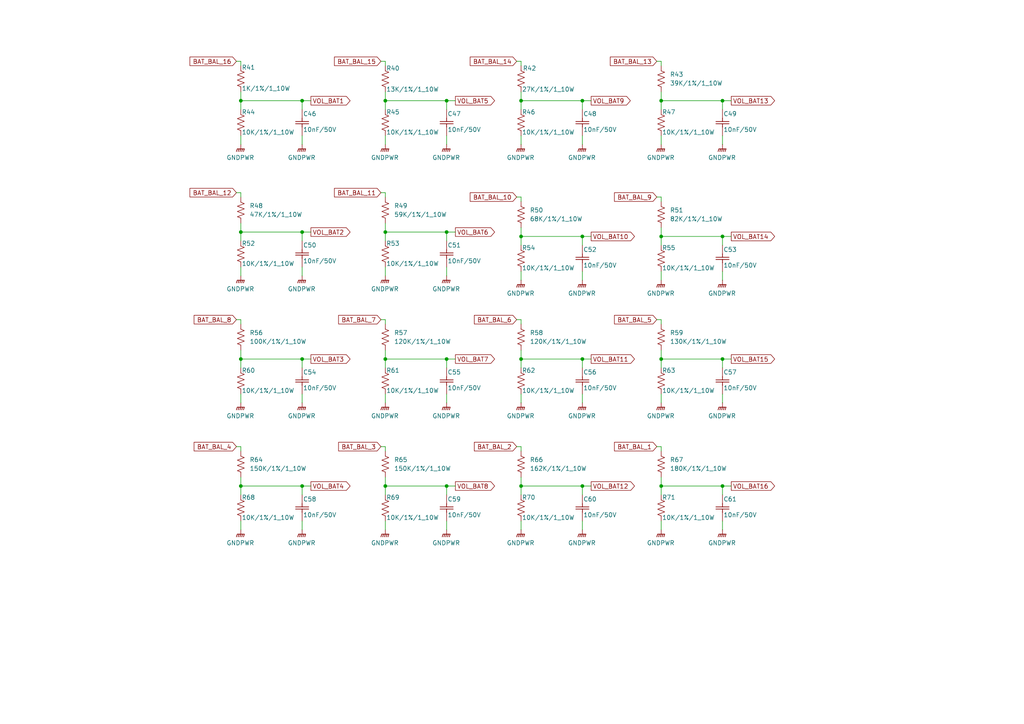
<source format=kicad_sch>
(kicad_sch (version 20231120) (generator "eeschema") (generator_version "8.0")
  (paper "A4")
  (title_block (title "MEASURE VOLTAGE BATTERY") (date "2024-09-04"))
  (junction (at 111.76 140.97))
  (junction (at 69.85 67.31))
  (junction (at 168.91 140.97))
  (junction (at 191.77 140.97))
  (junction (at 191.77 68.58))
  (junction (at 151.13 140.97))
  (junction (at 111.76 29.21))
  (junction (at 151.13 68.58))
  (junction (at 69.85 104.14))
  (junction (at 129.54 140.97))
  (junction (at 69.85 29.21))
  (junction (at 209.55 140.97))
  (junction (at 129.54 104.14))
  (junction (at 129.54 29.21))
  (junction (at 87.63 67.31))
  (junction (at 151.13 29.21))
  (junction (at 87.63 29.21))
  (junction (at 191.77 104.14))
  (junction (at 87.63 104.14))
  (junction (at 191.77 29.21))
  (junction (at 209.55 104.14))
  (junction (at 209.55 29.21))
  (junction (at 69.85 140.97))
  (junction (at 87.63 140.97))
  (junction (at 129.54 67.31))
  (junction (at 209.55 68.58))
  (junction (at 168.91 104.14))
  (junction (at 168.91 68.58))
  (junction (at 168.91 29.21))
  (junction (at 151.13 104.14))
  (junction (at 111.76 67.31))
  (junction (at 111.76 104.14))
  (wire (pts (xy 209.55 104.14) (xy 212.09 104.14)))
  (wire (pts (xy 87.63 143.51) (xy 87.63 140.97)))
  (wire (pts (xy 69.85 29.21) (xy 69.85 31.75)))
  (wire (pts (xy 151.13 68.58) (xy 151.13 71.12)))
  (wire (pts (xy 191.77 66.04) (xy 191.77 68.58)))
  (wire (pts (xy 110.49 55.88) (xy 111.76 55.88)))
  (wire (pts (xy 69.85 104.14) (xy 69.85 106.68)))
  (wire (pts (xy 209.55 68.58) (xy 212.09 68.58)))
  (wire (pts (xy 129.54 31.75) (xy 129.54 29.21)))
  (wire (pts (xy 129.54 69.85) (xy 129.54 67.31)))
  (wire (pts (xy 68.58 17.78) (xy 69.85 17.78)))
  (wire (pts (xy 129.54 140.97) (xy 132.08 140.97)))
  (wire (pts (xy 69.85 17.78) (xy 69.85 19.05)))
  (wire (pts (xy 151.13 116.84) (xy 151.13 114.3)))
  (wire (pts (xy 111.76 138.43) (xy 111.76 140.97)))
  (wire (pts (xy 151.13 104.14) (xy 151.13 106.68)))
  (wire (pts (xy 69.85 64.77) (xy 69.85 67.31)))
  (wire (pts (xy 151.13 57.15) (xy 151.13 58.42)))
  (wire (pts (xy 191.77 29.21) (xy 209.55 29.21)))
  (wire (pts (xy 87.63 106.68) (xy 87.63 104.14)))
  (wire (pts (xy 168.91 81.28) (xy 168.91 78.74)))
  (wire (pts (xy 111.76 29.21) (xy 111.76 31.75)))
  (wire (pts (xy 68.58 55.88) (xy 69.85 55.88)))
  (wire (pts (xy 111.76 55.88) (xy 111.76 57.15)))
  (wire (pts (xy 111.76 41.91) (xy 111.76 39.37)))
  (wire (pts (xy 69.85 55.88) (xy 69.85 57.15)))
  (wire (pts (xy 69.85 26.67) (xy 69.85 29.21)))
  (wire (pts (xy 209.55 140.97) (xy 212.09 140.97)))
  (wire (pts (xy 87.63 67.31) (xy 90.17 67.31)))
  (wire (pts (xy 191.77 29.21) (xy 191.77 31.75)))
  (wire (pts (xy 69.85 116.84) (xy 69.85 114.3)))
  (wire (pts (xy 129.54 104.14) (xy 132.08 104.14)))
  (wire (pts (xy 168.91 41.91) (xy 168.91 39.37)))
  (wire (pts (xy 191.77 116.84) (xy 191.77 114.3)))
  (wire (pts (xy 191.77 81.28) (xy 191.77 78.74)))
  (wire (pts (xy 69.85 101.6) (xy 69.85 104.14)))
  (wire (pts (xy 209.55 71.12) (xy 209.55 68.58)))
  (wire (pts (xy 191.77 104.14) (xy 209.55 104.14)))
  (wire (pts (xy 129.54 106.68) (xy 129.54 104.14)))
  (wire (pts (xy 129.54 29.21) (xy 132.08 29.21)))
  (wire (pts (xy 111.76 116.84) (xy 111.76 114.3)))
  (wire (pts (xy 111.76 17.78) (xy 111.76 19.05)))
  (wire (pts (xy 151.13 26.67) (xy 151.13 29.21)))
  (wire (pts (xy 151.13 140.97) (xy 151.13 143.51)))
  (wire (pts (xy 69.85 92.71) (xy 69.85 93.98)))
  (wire (pts (xy 168.91 106.68) (xy 168.91 104.14)))
  (wire (pts (xy 149.86 92.71) (xy 151.13 92.71)))
  (wire (pts (xy 129.54 41.91) (xy 129.54 39.37)))
  (wire (pts (xy 190.5 129.54) (xy 191.77 129.54)))
  (wire (pts (xy 209.55 81.28) (xy 209.55 78.74)))
  (wire (pts (xy 191.77 26.67) (xy 191.77 29.21)))
  (wire (pts (xy 168.91 140.97) (xy 171.45 140.97)))
  (wire (pts (xy 209.55 106.68) (xy 209.55 104.14)))
  (wire (pts (xy 191.77 140.97) (xy 191.77 143.51)))
  (wire (pts (xy 87.63 116.84) (xy 87.63 114.3)))
  (wire (pts (xy 151.13 101.6) (xy 151.13 104.14)))
  (wire (pts (xy 209.55 143.51) (xy 209.55 140.97)))
  (wire (pts (xy 111.76 129.54) (xy 111.76 130.81)))
  (wire (pts (xy 110.49 129.54) (xy 111.76 129.54)))
  (wire (pts (xy 151.13 153.67) (xy 151.13 151.13)))
  (wire (pts (xy 191.77 129.54) (xy 191.77 130.81)))
  (wire (pts (xy 110.49 92.71) (xy 111.76 92.71)))
  (wire (pts (xy 191.77 57.15) (xy 191.77 58.42)))
  (wire (pts (xy 149.86 57.15) (xy 151.13 57.15)))
  (wire (pts (xy 191.77 92.71) (xy 191.77 93.98)))
  (wire (pts (xy 111.76 80.01) (xy 111.76 77.47)))
  (wire (pts (xy 87.63 69.85) (xy 87.63 67.31)))
  (wire (pts (xy 111.76 104.14) (xy 111.76 106.68)))
  (wire (pts (xy 190.5 92.71) (xy 191.77 92.71)))
  (wire (pts (xy 209.55 29.21) (xy 212.09 29.21)))
  (wire (pts (xy 190.5 17.78) (xy 191.77 17.78)))
  (wire (pts (xy 168.91 104.14) (xy 171.45 104.14)))
  (wire (pts (xy 129.54 116.84) (xy 129.54 114.3)))
  (wire (pts (xy 168.91 29.21) (xy 171.45 29.21)))
  (wire (pts (xy 190.5 57.15) (xy 191.77 57.15)))
  (wire (pts (xy 87.63 104.14) (xy 90.17 104.14)))
  (wire (pts (xy 69.85 41.91) (xy 69.85 39.37)))
  (wire (pts (xy 191.77 101.6) (xy 191.77 104.14)))
  (wire (pts (xy 209.55 116.84) (xy 209.55 114.3)))
  (wire (pts (xy 191.77 17.78) (xy 191.77 19.05)))
  (wire (pts (xy 168.91 68.58) (xy 171.45 68.58)))
  (wire (pts (xy 69.85 140.97) (xy 87.63 140.97)))
  (wire (pts (xy 69.85 129.54) (xy 69.85 130.81)))
  (wire (pts (xy 87.63 140.97) (xy 90.17 140.97)))
  (wire (pts (xy 151.13 104.14) (xy 168.91 104.14)))
  (wire (pts (xy 149.86 129.54) (xy 151.13 129.54)))
  (wire (pts (xy 168.91 116.84) (xy 168.91 114.3)))
  (wire (pts (xy 168.91 143.51) (xy 168.91 140.97)))
  (wire (pts (xy 191.77 41.91) (xy 191.77 39.37)))
  (wire (pts (xy 111.76 140.97) (xy 129.54 140.97)))
  (wire (pts (xy 69.85 140.97) (xy 69.85 143.51)))
  (wire (pts (xy 68.58 129.54) (xy 69.85 129.54)))
  (wire (pts (xy 129.54 80.01) (xy 129.54 77.47)))
  (wire (pts (xy 209.55 153.67) (xy 209.55 151.13)))
  (wire (pts (xy 111.76 26.67) (xy 111.76 29.21)))
  (wire (pts (xy 111.76 67.31) (xy 129.54 67.31)))
  (wire (pts (xy 69.85 67.31) (xy 87.63 67.31)))
  (wire (pts (xy 87.63 31.75) (xy 87.63 29.21)))
  (wire (pts (xy 87.63 153.67) (xy 87.63 151.13)))
  (wire (pts (xy 209.55 31.75) (xy 209.55 29.21)))
  (wire (pts (xy 69.85 67.31) (xy 69.85 69.85)))
  (wire (pts (xy 151.13 140.97) (xy 168.91 140.97)))
  (wire (pts (xy 129.54 143.51) (xy 129.54 140.97)))
  (wire (pts (xy 129.54 153.67) (xy 129.54 151.13)))
  (wire (pts (xy 151.13 29.21) (xy 168.91 29.21)))
  (wire (pts (xy 111.76 67.31) (xy 111.76 69.85)))
  (wire (pts (xy 209.55 41.91) (xy 209.55 39.37)))
  (wire (pts (xy 151.13 29.21) (xy 151.13 31.75)))
  (wire (pts (xy 69.85 80.01) (xy 69.85 77.47)))
  (wire (pts (xy 87.63 80.01) (xy 87.63 77.47)))
  (wire (pts (xy 129.54 67.31) (xy 132.08 67.31)))
  (wire (pts (xy 151.13 17.78) (xy 151.13 19.05)))
  (wire (pts (xy 111.76 101.6) (xy 111.76 104.14)))
  (wire (pts (xy 111.76 29.21) (xy 129.54 29.21)))
  (wire (pts (xy 69.85 153.67) (xy 69.85 151.13)))
  (wire (pts (xy 191.77 140.97) (xy 209.55 140.97)))
  (wire (pts (xy 151.13 66.04) (xy 151.13 68.58)))
  (wire (pts (xy 168.91 71.12) (xy 168.91 68.58)))
  (wire (pts (xy 168.91 153.67) (xy 168.91 151.13)))
  (wire (pts (xy 151.13 92.71) (xy 151.13 93.98)))
  (wire (pts (xy 69.85 138.43) (xy 69.85 140.97)))
  (wire (pts (xy 69.85 104.14) (xy 87.63 104.14)))
  (wire (pts (xy 111.76 64.77) (xy 111.76 67.31)))
  (wire (pts (xy 151.13 138.43) (xy 151.13 140.97)))
  (wire (pts (xy 191.77 138.43) (xy 191.77 140.97)))
  (wire (pts (xy 168.91 31.75) (xy 168.91 29.21)))
  (wire (pts (xy 151.13 41.91) (xy 151.13 39.37)))
  (wire (pts (xy 111.76 92.71) (xy 111.76 93.98)))
  (wire (pts (xy 191.77 68.58) (xy 209.55 68.58)))
  (wire (pts (xy 151.13 129.54) (xy 151.13 130.81)))
  (wire (pts (xy 151.13 68.58) (xy 168.91 68.58)))
  (wire (pts (xy 111.76 153.67) (xy 111.76 151.13)))
  (wire (pts (xy 69.85 29.21) (xy 87.63 29.21)))
  (wire (pts (xy 87.63 29.21) (xy 90.17 29.21)))
  (wire (pts (xy 191.77 153.67) (xy 191.77 151.13)))
  (wire (pts (xy 110.49 17.78) (xy 111.76 17.78)))
  (wire (pts (xy 191.77 68.58) (xy 191.77 71.12)))
  (wire (pts (xy 151.13 81.28) (xy 151.13 78.74)))
  (wire (pts (xy 68.58 92.71) (xy 69.85 92.71)))
  (wire (pts (xy 111.76 104.14) (xy 129.54 104.14)))
  (wire (pts (xy 149.86 17.78) (xy 151.13 17.78)))
  (wire (pts (xy 87.63 41.91) (xy 87.63 39.37)))
  (wire (pts (xy 111.76 140.97) (xy 111.76 143.51)))
  (wire (pts (xy 191.77 104.14) (xy 191.77 106.68)))
  (global_label "BAT_BAL_1" (shape input) (at 190.5 129.54 180) (property "Intersheetrefs" "${INTERSHEET_REFS}" (effects (hide yes))))
  (global_label "VOL_BAT3" (shape output) (at 90.17 104.14 0) (property "Intersheetrefs" "${INTERSHEET_REFS}" (effects (hide yes))))
  (global_label "VOL_BAT11" (shape output) (at 171.45 104.14 0) (property "Intersheetrefs" "${INTERSHEET_REFS}" (effects (hide yes))))
  (global_label "VOL_BAT13" (shape output) (at 212.09 29.21 0) (property "Intersheetrefs" "${INTERSHEET_REFS}" (effects (hide yes))))
  (global_label "VOL_BAT6" (shape output) (at 132.08 67.31 0) (property "Intersheetrefs" "${INTERSHEET_REFS}" (effects (hide yes))))
  (global_label "BAT_BAL_14" (shape input) (at 149.86 17.78 180) (property "Intersheetrefs" "${INTERSHEET_REFS}" (effects (hide yes))))
  (global_label "BAT_BAL_12" (shape input) (at 68.58 55.88 180) (property "Intersheetrefs" "${INTERSHEET_REFS}" (effects (hide yes))))
  (global_label "BAT_BAL_11" (shape input) (at 110.49 55.88 180) (property "Intersheetrefs" "${INTERSHEET_REFS}" (effects (hide yes))))
  (global_label "BAT_BAL_3" (shape input) (at 110.49 129.54 180) (property "Intersheetrefs" "${INTERSHEET_REFS}" (effects (hide yes))))
  (global_label "VOL_BAT5" (shape output) (at 132.08 29.21 0) (property "Intersheetrefs" "${INTERSHEET_REFS}" (effects (hide yes))))
  (global_label "BAT_BAL_16" (shape input) (at 68.58 17.78 180) (property "Intersheetrefs" "${INTERSHEET_REFS}" (effects (hide yes))))
  (global_label "BAT_BAL_5" (shape input) (at 190.5 92.71 180) (property "Intersheetrefs" "${INTERSHEET_REFS}" (effects (hide yes))))
  (global_label "BAT_BAL_9" (shape input) (at 190.5 57.15 180) (property "Intersheetrefs" "${INTERSHEET_REFS}" (effects (hide yes))))
  (global_label "VOL_BAT15" (shape output) (at 212.09 104.14 0) (property "Intersheetrefs" "${INTERSHEET_REFS}" (effects (hide yes))))
  (global_label "VOL_BAT16" (shape output) (at 212.09 140.97 0) (property "Intersheetrefs" "${INTERSHEET_REFS}" (effects (hide yes))))
  (global_label "BAT_BAL_15" (shape input) (at 110.49 17.78 180) (property "Intersheetrefs" "${INTERSHEET_REFS}" (effects (hide yes))))
  (global_label "VOL_BAT14" (shape output) (at 212.09 68.58 0) (property "Intersheetrefs" "${INTERSHEET_REFS}" (effects (hide yes))))
  (global_label "VOL_BAT2" (shape output) (at 90.17 67.31 0) (property "Intersheetrefs" "${INTERSHEET_REFS}" (effects (hide yes))))
  (global_label "VOL_BAT4" (shape output) (at 90.17 140.97 0) (property "Intersheetrefs" "${INTERSHEET_REFS}" (effects (hide yes))))
  (global_label "VOL_BAT9" (shape output) (at 171.45 29.21 0) (property "Intersheetrefs" "${INTERSHEET_REFS}" (effects (hide yes))))
  (global_label "BAT_BAL_6" (shape input) (at 149.86 92.71 180) (property "Intersheetrefs" "${INTERSHEET_REFS}" (effects (hide yes))))
  (global_label "BAT_BAL_13" (shape input) (at 190.5 17.78 180) (property "Intersheetrefs" "${INTERSHEET_REFS}" (effects (hide yes))))
  (global_label "BAT_BAL_4" (shape input) (at 68.58 129.54 180) (property "Intersheetrefs" "${INTERSHEET_REFS}" (effects (hide yes))))
  (global_label "BAT_BAL_8" (shape input) (at 68.58 92.71 180) (property "Intersheetrefs" "${INTERSHEET_REFS}" (effects (hide yes))))
  (global_label "VOL_BAT8" (shape output) (at 132.08 140.97 0) (property "Intersheetrefs" "${INTERSHEET_REFS}" (effects (hide yes))))
  (global_label "BAT_BAL_7" (shape input) (at 110.49 92.71 180) (property "Intersheetrefs" "${INTERSHEET_REFS}" (effects (hide yes))))
  (global_label "BAT_BAL_10" (shape input) (at 149.86 57.15 180) (property "Intersheetrefs" "${INTERSHEET_REFS}" (effects (hide yes))))
  (global_label "VOL_BAT10" (shape output) (at 171.45 68.58 0) (property "Intersheetrefs" "${INTERSHEET_REFS}" (effects (hide yes))))
  (global_label "VOL_BAT12" (shape output) (at 171.45 140.97 0) (property "Intersheetrefs" "${INTERSHEET_REFS}" (effects (hide yes))))
  (global_label "VOL_BAT1" (shape output) (at 90.17 29.21 0) (property "Intersheetrefs" "${INTERSHEET_REFS}" (effects (hide yes))))
  (global_label "VOL_BAT7" (shape output) (at 132.08 104.14 0) (property "Intersheetrefs" "${INTERSHEET_REFS}" (effects (hide yes))))
  (global_label "BAT_BAL_2" (shape input) (at 149.86 129.54 180) (property "Intersheetrefs" "${INTERSHEET_REFS}" (effects (hide yes))))
  (symbol (lib_id "charge_battery_sym_lib:Res_120K_0603_1%") (at 111.76 101.6 90) (unit 1)
    (property "Reference" "R57" (at 114.3 96.5199 90) (effects (justify right)))
    (property "Value" "120K/1%/1_10W" (at 114.3 99.0599 90) (effects (justify right)))
    (property "Footprint" "charge_battery_footprint_lib:Res_0603" (effects (hide yes)))
    (property "Datasheet" "https://fscdn.rohm.com/en/products/databook/datasheet/passive/resistor/chip_resistor/esr-e.pdf" (effects (hide yes)))
    (property "Description" "Res 120 KOhm 0603 1%" (effects (hide yes)))
    (property "Supply name" "Thegioiic" (effects (hide yes)))
    (property "Supply part number" "Điện Trở 120 KOhm 0603 1%" (effects (hide yes)))
    (property "Supply URL" "https://www.thegioiic.com/dien-tro-120-kohm-0603-1-" (effects (hide yes)))
  )
  (symbol (lib_id "charge_battery_sym_lib:Res_162K_0603_1%") (at 151.13 138.43 90) (unit 1)
    (property "Reference" "R66" (at 153.67 133.3499 90) (effects (justify right)))
    (property "Value" "162K/1%/1_10W" (at 153.67 135.8899 90) (effects (justify right)))
    (property "Footprint" "charge_battery_footprint_lib:Res_0603" (effects (hide yes)))
    (property "Datasheet" "https://fscdn.rohm.com/en/products/databook/datasheet/passive/resistor/chip_resistor/esr-e.pdf" (effects (hide yes)))
    (property "Description" "Res 162 KOhm 0603 1%" (effects (hide yes)))
    (property "Supply name" "Thegioiic" (effects (hide yes)))
    (property "Supply part number" "Điện Trở 162 KOhm 0603 1%" (effects (hide yes)))
    (property "Supply URL" "https://www.thegioiic.com/dien-tro-162-kohm-0603-1-" (effects (hide yes)))
  )
  (symbol (lib_id "charge_battery_sym_lib:Ceramic_Cap_SMD_10nF_50V") (at 87.63 151.13 90) (unit 1)
    (property "Reference" "C58" (at 87.884 144.78 90) (effects (justify right)))
    (property "Value" "10nF/50V" (at 87.884 149.352 90) (effects (justify right)))
    (property "Footprint" "charge_battery_footprint_lib:Ceramic_Cap_0603" (effects (hide yes)))
    (property "Datasheet" "https://www.mouser.vn/datasheet/2/40/KYOCERA_AutoMLCCKAM-3106308.pdf" (effects (hide yes)))
    (property "Description" "10%, 0603 (1608 Metric)" (effects (hide yes)))
    (property "Supply name" "Thegioiic" (effects (hide yes)))
    (property "Supply part number" "Tụ Gốm 0603 10nF 50V" (effects (hide yes)))
    (property "Supply URL" "https://www.thegioiic.com/tu-gom-0603-10nf-50v" (effects (hide yes)))
  )
  (symbol (lib_id "charge_battery_sym_lib:Ceramic_Cap_SMD_10nF_50V") (at 209.55 114.3 90) (unit 1)
    (property "Reference" "C57" (at 209.804 107.95 90) (effects (justify right)))
    (property "Value" "10nF/50V" (at 209.804 112.522 90) (effects (justify right)))
    (property "Footprint" "charge_battery_footprint_lib:Ceramic_Cap_0603" (effects (hide yes)))
    (property "Datasheet" "https://www.mouser.vn/datasheet/2/40/KYOCERA_AutoMLCCKAM-3106308.pdf" (effects (hide yes)))
    (property "Description" "10%, 0603 (1608 Metric)" (effects (hide yes)))
    (property "Supply name" "Thegioiic" (effects (hide yes)))
    (property "Supply part number" "Tụ Gốm 0603 10nF 50V" (effects (hide yes)))
    (property "Supply URL" "https://www.thegioiic.com/tu-gom-0603-10nf-50v" (effects (hide yes)))
  )
  (symbol (lib_id "charge_battery_sym_lib:Res_10K_0603_1%") (at 69.85 77.47 90) (unit 1)
    (property "Reference" "R52" (at 70.104 70.612 90) (effects (justify right)))
    (property "Value" "10K/1%/1_10W" (at 70.104 76.454 90) (effects (justify right)))
    (property "Footprint" "charge_battery_footprint_lib:Res_0603" (effects (hide yes)))
    (property "Datasheet" "https://fscdn.rohm.com/en/products/databook/datasheet/passive/resistor/chip_resistor/esr-e.pdf" (effects (hide yes)))
    (property "Description" "Res 10 KOhm 0603 1%" (effects (hide yes)))
    (property "Supply name" "Thegioiic" (effects (hide yes)))
    (property "Supply part number" "Điện Trở 10 KOhm 0603 1%" (effects (hide yes)))
    (property "Supply URL" "https://www.thegioiic.com/dien-tro-10-kohm-0603-1-" (effects (hide yes)))
  )
  (symbol (lib_id "charge_battery_sym_lib:Res_1K_0603_1%") (at 69.85 26.67 90) (unit 1)
    (property "Reference" "R41" (at 70.104 19.558 90) (effects (justify right)))
    (property "Value" "1K/1%/1_10W" (at 70.104 25.654 90) (effects (justify right)))
    (property "Footprint" "charge_battery_footprint_lib:Res_0603" (effects (hide yes)))
    (property "Datasheet" "https://fscdn.rohm.com/en/products/databook/datasheet/passive/resistor/chip_resistor/esr-e.pdf" (effects (hide yes)))
    (property "Description" "Res 1 KOhm 0603 1%" (effects (hide yes)))
    (property "Supply name" "Thegioiic" (effects (hide yes)))
    (property "Supply part number" "Điện Trở 1 KOhm 0603 1%" (effects (hide yes)))
    (property "Supply URL" "https://www.thegioiic.com/dien-tro-10-kohm-0603-1-" (effects (hide yes)))
  )
  (symbol (lib_id "power:GNDPWR") (at 168.91 81.28 0) (unit 1)
    (property "Reference" "#PWR095" (effects (hide yes)))
    (property "Value" "GNDPWR" (at 168.783 85.09 0))
    (property "Description" "Power symbol creates a global label with name \"GNDPWR\" , global ground" (effects (hide yes)))
  )
  (symbol (lib_id "charge_battery_sym_lib:Res_150K_0603_1%") (at 69.85 138.43 90) (unit 1)
    (property "Reference" "R64" (at 72.39 133.3499 90) (effects (justify right)))
    (property "Value" "150K/1%/1_10W" (at 72.39 135.8899 90) (effects (justify right)))
    (property "Footprint" "charge_battery_footprint_lib:Res_0603" (effects (hide yes)))
    (property "Datasheet" "https://fscdn.rohm.com/en/products/databook/datasheet/passive/resistor/chip_resistor/esr-e.pdf" (effects (hide yes)))
    (property "Description" "Res 150 KOhm 0603 1%" (effects (hide yes)))
    (property "Supply name" "Thegioiic" (effects (hide yes)))
    (property "Supply part number" "Điện Trở 150 KOhm 0603 1%" (effects (hide yes)))
    (property "Supply URL" "https://www.thegioiic.com/dien-tro-150-kohm-0603-1-" (effects (hide yes)))
  )
  (symbol (lib_id "charge_battery_sym_lib:Res_39K_0603_1%") (at 191.77 26.67 90) (unit 1)
    (property "Reference" "R43" (at 194.31 21.5899 90) (effects (justify right)))
    (property "Value" "39K/1%/1_10W" (at 194.31 24.1299 90) (effects (justify right)))
    (property "Footprint" "charge_battery_footprint_lib:Res_0603" (effects (hide yes)))
    (property "Datasheet" "https://fscdn.rohm.com/en/products/databook/datasheet/passive/resistor/chip_resistor/esr-e.pdf" (effects (hide yes)))
    (property "Description" "Res 39 KOhm 0603 1%" (effects (hide yes)))
    (property "Supply name" "Thegioiic" (effects (hide yes)))
    (property "Supply part number" "Điện Trở 39 KOhm 0603 1%" (effects (hide yes)))
    (property "Supply URL" "https://www.thegioiic.com/dien-tro-39-kohm-0603-1-" (effects (hide yes)))
  )
  (symbol (lib_id "power:GNDPWR") (at 151.13 81.28 0) (unit 1)
    (property "Reference" "#PWR094" (effects (hide yes)))
    (property "Value" "GNDPWR" (at 151.003 85.09 0))
    (property "Description" "Power symbol creates a global label with name \"GNDPWR\" , global ground" (effects (hide yes)))
  )
  (symbol (lib_id "charge_battery_sym_lib:Res_120K_0603_1%") (at 151.13 101.6 90) (unit 1)
    (property "Reference" "R58" (at 153.67 96.5199 90) (effects (justify right)))
    (property "Value" "120K/1%/1_10W" (at 153.67 99.0599 90) (effects (justify right)))
    (property "Footprint" "charge_battery_footprint_lib:Res_0603" (effects (hide yes)))
    (property "Datasheet" "https://fscdn.rohm.com/en/products/databook/datasheet/passive/resistor/chip_resistor/esr-e.pdf" (effects (hide yes)))
    (property "Description" "Res 120 KOhm 0603 1%" (effects (hide yes)))
    (property "Supply name" "Thegioiic" (effects (hide yes)))
    (property "Supply part number" "Điện Trở 120 KOhm 0603 1%" (effects (hide yes)))
    (property "Supply URL" "https://www.thegioiic.com/dien-tro-120-kohm-0603-1-" (effects (hide yes)))
  )
  (symbol (lib_id "charge_battery_sym_lib:Ceramic_Cap_SMD_10nF_50V") (at 168.91 39.37 90) (unit 1)
    (property "Reference" "C48" (at 169.164 33.02 90) (effects (justify right)))
    (property "Value" "10nF/50V" (at 169.164 37.592 90) (effects (justify right)))
    (property "Footprint" "charge_battery_footprint_lib:Ceramic_Cap_0603" (effects (hide yes)))
    (property "Datasheet" "https://www.mouser.vn/datasheet/2/40/KYOCERA_AutoMLCCKAM-3106308.pdf" (effects (hide yes)))
    (property "Description" "10%, 0603 (1608 Metric)" (effects (hide yes)))
    (property "Supply name" "Thegioiic" (effects (hide yes)))
    (property "Supply part number" "Tụ Gốm 0603 10nF 50V" (effects (hide yes)))
    (property "Supply URL" "https://www.thegioiic.com/tu-gom-0603-10nf-50v" (effects (hide yes)))
  )
  (symbol (lib_id "charge_battery_sym_lib:Res_10K_0603_1%") (at 111.76 77.47 90) (unit 1)
    (property "Reference" "R53" (at 112.014 70.612 90) (effects (justify right)))
    (property "Value" "10K/1%/1_10W" (at 112.014 76.454 90) (effects (justify right)))
    (property "Footprint" "charge_battery_footprint_lib:Res_0603" (effects (hide yes)))
    (property "Datasheet" "https://fscdn.rohm.com/en/products/databook/datasheet/passive/resistor/chip_resistor/esr-e.pdf" (effects (hide yes)))
    (property "Description" "Res 10 KOhm 0603 1%" (effects (hide yes)))
    (property "Supply name" "Thegioiic" (effects (hide yes)))
    (property "Supply part number" "Điện Trở 10 KOhm 0603 1%" (effects (hide yes)))
    (property "Supply URL" "https://www.thegioiic.com/dien-tro-10-kohm-0603-1-" (effects (hide yes)))
  )
  (symbol (lib_id "charge_battery_sym_lib:Res_180K_0603_1%") (at 191.77 138.43 90) (unit 1)
    (property "Reference" "R67" (at 194.31 133.3499 90) (effects (justify right)))
    (property "Value" "180K/1%/1_10W" (at 194.31 135.8899 90) (effects (justify right)))
    (property "Footprint" "charge_battery_footprint_lib:Res_0603" (effects (hide yes)))
    (property "Datasheet" "https://fscdn.rohm.com/en/products/databook/datasheet/passive/resistor/chip_resistor/esr-e.pdf" (effects (hide yes)))
    (property "Description" "Res 180 KOhm 0603 1%" (effects (hide yes)))
    (property "Supply name" "Thegioiic" (effects (hide yes)))
    (property "Supply part number" "Điện Trở 180 KOhm 0603 1%" (effects (hide yes)))
    (property "Supply URL" "https://www.thegioiic.com/dien-tro-180-kohm-0603-1-" (effects (hide yes)))
  )
  (symbol (lib_id "charge_battery_sym_lib:Res_10K_0603_1%") (at 69.85 151.13 90) (unit 1)
    (property "Reference" "R68" (at 70.104 144.272 90) (effects (justify right)))
    (property "Value" "10K/1%/1_10W" (at 70.104 150.114 90) (effects (justify right)))
    (property "Footprint" "charge_battery_footprint_lib:Res_0603" (effects (hide yes)))
    (property "Datasheet" "https://fscdn.rohm.com/en/products/databook/datasheet/passive/resistor/chip_resistor/esr-e.pdf" (effects (hide yes)))
    (property "Description" "Res 10 KOhm 0603 1%" (effects (hide yes)))
    (property "Supply name" "Thegioiic" (effects (hide yes)))
    (property "Supply part number" "Điện Trở 10 KOhm 0603 1%" (effects (hide yes)))
    (property "Supply URL" "https://www.thegioiic.com/dien-tro-10-kohm-0603-1-" (effects (hide yes)))
  )
  (symbol (lib_id "power:GNDPWR") (at 168.91 153.67 0) (unit 1)
    (property "Reference" "#PWR0111" (effects (hide yes)))
    (property "Value" "GNDPWR" (at 168.783 157.48 0))
    (property "Description" "Power symbol creates a global label with name \"GNDPWR\" , global ground" (effects (hide yes)))
  )
  (symbol (lib_id "charge_battery_sym_lib:Res_10K_0603_1%") (at 151.13 114.3 90) (unit 1)
    (property "Reference" "R62" (at 151.384 107.442 90) (effects (justify right)))
    (property "Value" "10K/1%/1_10W" (at 151.384 113.284 90) (effects (justify right)))
    (property "Footprint" "charge_battery_footprint_lib:Res_0603" (effects (hide yes)))
    (property "Datasheet" "https://fscdn.rohm.com/en/products/databook/datasheet/passive/resistor/chip_resistor/esr-e.pdf" (effects (hide yes)))
    (property "Description" "Res 10 KOhm 0603 1%" (effects (hide yes)))
    (property "Supply name" "Thegioiic" (effects (hide yes)))
    (property "Supply part number" "Điện Trở 10 KOhm 0603 1%" (effects (hide yes)))
    (property "Supply URL" "https://www.thegioiic.com/dien-tro-10-kohm-0603-1-" (effects (hide yes)))
  )
  (symbol (lib_id "charge_battery_sym_lib:Res_130K_0603_1%") (at 191.77 101.6 90) (unit 1)
    (property "Reference" "R59" (at 194.31 96.5199 90) (effects (justify right)))
    (property "Value" "130K/1%/1_10W" (at 194.31 99.0599 90) (effects (justify right)))
    (property "Footprint" "charge_battery_footprint_lib:Res_0603" (effects (hide yes)))
    (property "Datasheet" "https://fscdn.rohm.com/en/products/databook/datasheet/passive/resistor/chip_resistor/esr-e.pdf" (effects (hide yes)))
    (property "Description" "Res 130 KOhm 0603 1%" (effects (hide yes)))
    (property "Supply name" "Thegioiic" (effects (hide yes)))
    (property "Supply part number" "Điện Trở 130 KOhm 0603 1%" (effects (hide yes)))
    (property "Supply URL" "https://www.thegioiic.com/dien-tro-130-kohm-0603-1-" (effects (hide yes)))
  )
  (symbol (lib_id "power:GNDPWR") (at 151.13 41.91 0) (unit 1)
    (property "Reference" "#PWR086" (effects (hide yes)))
    (property "Value" "GNDPWR" (at 151.003 45.72 0))
    (property "Description" "Power symbol creates a global label with name \"GNDPWR\" , global ground" (effects (hide yes)))
  )
  (symbol (lib_id "power:GNDPWR") (at 191.77 153.67 0) (unit 1)
    (property "Reference" "#PWR0112" (effects (hide yes)))
    (property "Value" "GNDPWR" (at 191.643 157.48 0))
    (property "Description" "Power symbol creates a global label with name \"GNDPWR\" , global ground" (effects (hide yes)))
  )
  (symbol (lib_id "power:GNDPWR") (at 151.13 153.67 0) (unit 1)
    (property "Reference" "#PWR0110" (effects (hide yes)))
    (property "Value" "GNDPWR" (at 151.003 157.48 0))
    (property "Description" "Power symbol creates a global label with name \"GNDPWR\" , global ground" (effects (hide yes)))
  )
  (symbol (lib_id "charge_battery_sym_lib:Res_10K_0603_1%") (at 191.77 78.74 90) (unit 1)
    (property "Reference" "R55" (at 192.024 71.882 90) (effects (justify right)))
    (property "Value" "10K/1%/1_10W" (at 192.024 77.724 90) (effects (justify right)))
    (property "Footprint" "charge_battery_footprint_lib:Res_0603" (effects (hide yes)))
    (property "Datasheet" "https://fscdn.rohm.com/en/products/databook/datasheet/passive/resistor/chip_resistor/esr-e.pdf" (effects (hide yes)))
    (property "Description" "Res 10 KOhm 0603 1%" (effects (hide yes)))
    (property "Supply name" "Thegioiic" (effects (hide yes)))
    (property "Supply part number" "Điện Trở 10 KOhm 0603 1%" (effects (hide yes)))
    (property "Supply URL" "https://www.thegioiic.com/dien-tro-10-kohm-0603-1-" (effects (hide yes)))
  )
  (symbol (lib_id "power:GNDPWR") (at 129.54 41.91 0) (unit 1)
    (property "Reference" "#PWR085" (effects (hide yes)))
    (property "Value" "GNDPWR" (at 129.413 45.72 0))
    (property "Description" "Power symbol creates a global label with name \"GNDPWR\" , global ground" (effects (hide yes)))
  )
  (symbol (lib_id "charge_battery_sym_lib:Ceramic_Cap_SMD_10nF_50V") (at 129.54 151.13 90) (unit 1)
    (property "Reference" "C59" (at 129.794 144.78 90) (effects (justify right)))
    (property "Value" "10nF/50V" (at 129.794 149.352 90) (effects (justify right)))
    (property "Footprint" "charge_battery_footprint_lib:Ceramic_Cap_0603" (effects (hide yes)))
    (property "Datasheet" "https://www.mouser.vn/datasheet/2/40/KYOCERA_AutoMLCCKAM-3106308.pdf" (effects (hide yes)))
    (property "Description" "10%, 0603 (1608 Metric)" (effects (hide yes)))
    (property "Supply name" "Thegioiic" (effects (hide yes)))
    (property "Supply part number" "Tụ Gốm 0603 10nF 50V" (effects (hide yes)))
    (property "Supply URL" "https://www.thegioiic.com/tu-gom-0603-10nf-50v" (effects (hide yes)))
  )
  (symbol (lib_id "power:GNDPWR") (at 87.63 41.91 0) (unit 1)
    (property "Reference" "#PWR083" (effects (hide yes)))
    (property "Value" "GNDPWR" (at 87.503 45.72 0))
    (property "Description" "Power symbol creates a global label with name \"GNDPWR\" , global ground" (effects (hide yes)))
  )
  (symbol (lib_id "power:GNDPWR") (at 129.54 116.84 0) (unit 1)
    (property "Reference" "#PWR0101" (effects (hide yes)))
    (property "Value" "GNDPWR" (at 129.413 120.65 0))
    (property "Description" "Power symbol creates a global label with name \"GNDPWR\" , global ground" (effects (hide yes)))
  )
  (symbol (lib_id "charge_battery_sym_lib:Ceramic_Cap_SMD_10nF_50V") (at 129.54 114.3 90) (unit 1)
    (property "Reference" "C55" (at 129.794 107.95 90) (effects (justify right)))
    (property "Value" "10nF/50V" (at 129.794 112.522 90) (effects (justify right)))
    (property "Footprint" "charge_battery_footprint_lib:Ceramic_Cap_0603" (effects (hide yes)))
    (property "Datasheet" "https://www.mouser.vn/datasheet/2/40/KYOCERA_AutoMLCCKAM-3106308.pdf" (effects (hide yes)))
    (property "Description" "10%, 0603 (1608 Metric)" (effects (hide yes)))
    (property "Supply name" "Thegioiic" (effects (hide yes)))
    (property "Supply part number" "Tụ Gốm 0603 10nF 50V" (effects (hide yes)))
    (property "Supply URL" "https://www.thegioiic.com/tu-gom-0603-10nf-50v" (effects (hide yes)))
  )
  (symbol (lib_id "power:GNDPWR") (at 209.55 116.84 0) (unit 1)
    (property "Reference" "#PWR0105" (effects (hide yes)))
    (property "Value" "GNDPWR" (at 209.423 120.65 0))
    (property "Description" "Power symbol creates a global label with name \"GNDPWR\" , global ground" (effects (hide yes)))
  )
  (symbol (lib_id "charge_battery_sym_lib:Res_10K_0603_1%") (at 151.13 151.13 90) (unit 1)
    (property "Reference" "R70" (at 151.384 144.272 90) (effects (justify right)))
    (property "Value" "10K/1%/1_10W" (at 151.384 150.114 90) (effects (justify right)))
    (property "Footprint" "charge_battery_footprint_lib:Res_0603" (effects (hide yes)))
    (property "Datasheet" "https://fscdn.rohm.com/en/products/databook/datasheet/passive/resistor/chip_resistor/esr-e.pdf" (effects (hide yes)))
    (property "Description" "Res 10 KOhm 0603 1%" (effects (hide yes)))
    (property "Supply name" "Thegioiic" (effects (hide yes)))
    (property "Supply part number" "Điện Trở 10 KOhm 0603 1%" (effects (hide yes)))
    (property "Supply URL" "https://www.thegioiic.com/dien-tro-10-kohm-0603-1-" (effects (hide yes)))
  )
  (symbol (lib_id "charge_battery_sym_lib:Res_150K_0603_1%") (at 111.76 138.43 90) (unit 1)
    (property "Reference" "R65" (at 114.3 133.3499 90) (effects (justify right)))
    (property "Value" "150K/1%/1_10W" (at 114.3 135.8899 90) (effects (justify right)))
    (property "Footprint" "charge_battery_footprint_lib:Res_0603" (effects (hide yes)))
    (property "Datasheet" "https://fscdn.rohm.com/en/products/databook/datasheet/passive/resistor/chip_resistor/esr-e.pdf" (effects (hide yes)))
    (property "Description" "Res 150 KOhm 0603 1%" (effects (hide yes)))
    (property "Supply name" "Thegioiic" (effects (hide yes)))
    (property "Supply part number" "Điện Trở 150 KOhm 0603 1%" (effects (hide yes)))
    (property "Supply URL" "https://www.thegioiic.com/dien-tro-150-kohm-0603-1-" (effects (hide yes)))
  )
  (symbol (lib_id "charge_battery_sym_lib:Ceramic_Cap_SMD_10nF_50V") (at 87.63 77.47 90) (unit 1)
    (property "Reference" "C50" (at 87.884 71.12 90) (effects (justify right)))
    (property "Value" "10nF/50V" (at 87.884 75.692 90) (effects (justify right)))
    (property "Footprint" "charge_battery_footprint_lib:Ceramic_Cap_0603" (effects (hide yes)))
    (property "Datasheet" "https://www.mouser.vn/datasheet/2/40/KYOCERA_AutoMLCCKAM-3106308.pdf" (effects (hide yes)))
    (property "Description" "10%, 0603 (1608 Metric)" (effects (hide yes)))
    (property "Supply name" "Thegioiic" (effects (hide yes)))
    (property "Supply part number" "Tụ Gốm 0603 10nF 50V" (effects (hide yes)))
    (property "Supply URL" "https://www.thegioiic.com/tu-gom-0603-10nf-50v" (effects (hide yes)))
  )
  (symbol (lib_id "charge_battery_sym_lib:Res_59K_0603_1%") (at 111.76 64.77 90) (unit 1)
    (property "Reference" "R49" (at 114.3075 59.6899 90) (effects (justify right)))
    (property "Value" "59K/1%/1_10W" (at 114.3075 62.2299 90) (effects (justify right)))
    (property "Footprint" "charge_battery_footprint_lib:Res_0603" (effects (hide yes)))
    (property "Datasheet" "https://fscdn.rohm.com/en/products/databook/datasheet/passive/resistor/chip_resistor/esr-e.pdf" (effects (hide yes)))
    (property "Description" "Res 59 KOhm 0603 1%" (effects (hide yes)))
    (property "Supply name" "Thegioiic" (effects (hide yes)))
    (property "Supply part number" "Điện Trở 59 KOhm 0603 1%" (effects (hide yes)))
    (property "Supply URL" "https://www.thegioiic.com/dien-tro-59-kohm-0603-1-" (effects (hide yes)))
  )
  (symbol (lib_id "power:GNDPWR") (at 111.76 80.01 0) (unit 1)
    (property "Reference" "#PWR092" (effects (hide yes)))
    (property "Value" "GNDPWR" (at 111.633 83.82 0))
    (property "Description" "Power symbol creates a global label with name \"GNDPWR\" , global ground" (effects (hide yes)))
  )
  (symbol (lib_id "charge_battery_sym_lib:Ceramic_Cap_SMD_10nF_50V") (at 87.63 114.3 90) (unit 1)
    (property "Reference" "C54" (at 87.884 107.95 90) (effects (justify right)))
    (property "Value" "10nF/50V" (at 87.884 112.522 90) (effects (justify right)))
    (property "Footprint" "charge_battery_footprint_lib:Ceramic_Cap_0603" (effects (hide yes)))
    (property "Datasheet" "https://www.mouser.vn/datasheet/2/40/KYOCERA_AutoMLCCKAM-3106308.pdf" (effects (hide yes)))
    (property "Description" "10%, 0603 (1608 Metric)" (effects (hide yes)))
    (property "Supply name" "Thegioiic" (effects (hide yes)))
    (property "Supply part number" "Tụ Gốm 0603 10nF 50V" (effects (hide yes)))
    (property "Supply URL" "https://www.thegioiic.com/tu-gom-0603-10nf-50v" (effects (hide yes)))
  )
  (symbol (lib_id "power:GNDPWR") (at 168.91 41.91 0) (unit 1)
    (property "Reference" "#PWR087" (effects (hide yes)))
    (property "Value" "GNDPWR" (at 168.783 45.72 0))
    (property "Description" "Power symbol creates a global label with name \"GNDPWR\" , global ground" (effects (hide yes)))
  )
  (symbol (lib_id "power:GNDPWR") (at 129.54 80.01 0) (unit 1)
    (property "Reference" "#PWR093" (effects (hide yes)))
    (property "Value" "GNDPWR" (at 129.413 83.82 0))
    (property "Description" "Power symbol creates a global label with name \"GNDPWR\" , global ground" (effects (hide yes)))
  )
  (symbol (lib_id "power:GNDPWR") (at 129.54 153.67 0) (unit 1)
    (property "Reference" "#PWR0109" (effects (hide yes)))
    (property "Value" "GNDPWR" (at 129.413 157.48 0))
    (property "Description" "Power symbol creates a global label with name \"GNDPWR\" , global ground" (effects (hide yes)))
  )
  (symbol (lib_id "power:GNDPWR") (at 111.76 116.84 0) (unit 1)
    (property "Reference" "#PWR0100" (effects (hide yes)))
    (property "Value" "GNDPWR" (at 111.633 120.65 0))
    (property "Description" "Power symbol creates a global label with name \"GNDPWR\" , global ground" (effects (hide yes)))
  )
  (symbol (lib_id "power:GNDPWR") (at 191.77 116.84 0) (unit 1)
    (property "Reference" "#PWR0104" (effects (hide yes)))
    (property "Value" "GNDPWR" (at 191.643 120.65 0))
    (property "Description" "Power symbol creates a global label with name \"GNDPWR\" , global ground" (effects (hide yes)))
  )
  (symbol (lib_id "charge_battery_sym_lib:Ceramic_Cap_SMD_10nF_50V") (at 129.54 39.37 90) (unit 1)
    (property "Reference" "C47" (at 129.794 33.02 90) (effects (justify right)))
    (property "Value" "10nF/50V" (at 129.794 37.592 90) (effects (justify right)))
    (property "Footprint" "charge_battery_footprint_lib:Ceramic_Cap_0603" (effects (hide yes)))
    (property "Datasheet" "https://www.mouser.vn/datasheet/2/40/KYOCERA_AutoMLCCKAM-3106308.pdf" (effects (hide yes)))
    (property "Description" "10%, 0603 (1608 Metric)" (effects (hide yes)))
    (property "Supply name" "Thegioiic" (effects (hide yes)))
    (property "Supply part number" "Tụ Gốm 0603 10nF 50V" (effects (hide yes)))
    (property "Supply URL" "https://www.thegioiic.com/tu-gom-0603-10nf-50v" (effects (hide yes)))
  )
  (symbol (lib_id "charge_battery_sym_lib:Ceramic_Cap_SMD_10nF_50V") (at 129.54 77.47 90) (unit 1)
    (property "Reference" "C51" (at 129.794 71.12 90) (effects (justify right)))
    (property "Value" "10nF/50V" (at 129.794 75.692 90) (effects (justify right)))
    (property "Footprint" "charge_battery_footprint_lib:Ceramic_Cap_0603" (effects (hide yes)))
    (property "Datasheet" "https://www.mouser.vn/datasheet/2/40/KYOCERA_AutoMLCCKAM-3106308.pdf" (effects (hide yes)))
    (property "Description" "10%, 0603 (1608 Metric)" (effects (hide yes)))
    (property "Supply name" "Thegioiic" (effects (hide yes)))
    (property "Supply part number" "Tụ Gốm 0603 10nF 50V" (effects (hide yes)))
    (property "Supply URL" "https://www.thegioiic.com/tu-gom-0603-10nf-50v" (effects (hide yes)))
  )
  (symbol (lib_id "charge_battery_sym_lib:Res_47K_0603_1%") (at 69.85 64.77 90) (unit 1)
    (property "Reference" "R48" (at 72.39 59.6899 90) (effects (justify right)))
    (property "Value" "47K/1%/1_10W" (at 72.39 62.2299 90) (effects (justify right)))
    (property "Footprint" "charge_battery_footprint_lib:Res_0603" (effects (hide yes)))
    (property "Datasheet" "https://fscdn.rohm.com/en/products/databook/datasheet/passive/resistor/chip_resistor/esr-e.pdf" (effects (hide yes)))
    (property "Description" "Res 47 KOhm 0603 1%" (effects (hide yes)))
    (property "Supply name" "Thegioiic" (effects (hide yes)))
    (property "Supply part number" "Điện Trở 47 KOhm 0603 1%" (effects (hide yes)))
    (property "Supply URL" "https://www.thegioiic.com/dien-tro-47-kohm-0603-1-" (effects (hide yes)))
  )
  (symbol (lib_id "power:GNDPWR") (at 191.77 41.91 0) (unit 1)
    (property "Reference" "#PWR088" (effects (hide yes)))
    (property "Value" "GNDPWR" (at 191.643 45.72 0))
    (property "Description" "Power symbol creates a global label with name \"GNDPWR\" , global ground" (effects (hide yes)))
  )
  (symbol (lib_id "charge_battery_sym_lib:Res_27K_0603_1%") (at 151.13 26.67 90) (unit 1)
    (property "Reference" "R42" (at 151.638 19.812 90) (effects (justify right)))
    (property "Value" "27K/1%/1_10W" (at 151.384 25.908 90) (effects (justify right)))
    (property "Footprint" "charge_battery_footprint_lib:Res_0603" (effects (hide yes)))
    (property "Datasheet" "https://fscdn.rohm.com/en/products/databook/datasheet/passive/resistor/chip_resistor/esr-e.pdf" (effects (hide yes)))
    (property "Description" "Res 27 KOhm 0603 1%" (effects (hide yes)))
    (property "Supply name" "Thegioiic" (effects (hide yes)))
    (property "Supply part number" "Điện Trở 27 KOhm 0603 1%" (effects (hide yes)))
    (property "Supply URL" "https://www.thegioiic.com/dien-tro-27-kohm-0603-1-" (effects (hide yes)))
  )
  (symbol (lib_id "charge_battery_sym_lib:Res_82K_0603_1%") (at 191.77 66.04 90) (unit 1)
    (property "Reference" "R51" (at 194.31 60.9599 90) (effects (justify right)))
    (property "Value" "82K/1%/1_10W" (at 194.31 63.4999 90) (effects (justify right)))
    (property "Footprint" "charge_battery_footprint_lib:Res_0603" (effects (hide yes)))
    (property "Datasheet" "https://fscdn.rohm.com/en/products/databook/datasheet/passive/resistor/chip_resistor/esr-e.pdf" (effects (hide yes)))
    (property "Description" "Res 82 KOhm 0603 1%" (effects (hide yes)))
    (property "Supply name" "Thegioiic" (effects (hide yes)))
    (property "Supply part number" "Điện Trở 82 KOhm 0603 1%" (effects (hide yes)))
    (property "Supply URL" "https://www.thegioiic.com/dien-tro-82-kohm-0603-1-" (effects (hide yes)))
  )
  (symbol (lib_id "power:GNDPWR") (at 191.77 81.28 0) (unit 1)
    (property "Reference" "#PWR096" (effects (hide yes)))
    (property "Value" "GNDPWR" (at 191.643 85.09 0))
    (property "Description" "Power symbol creates a global label with name \"GNDPWR\" , global ground" (effects (hide yes)))
  )
  (symbol (lib_id "charge_battery_sym_lib:Ceramic_Cap_SMD_10nF_50V") (at 168.91 78.74 90) (unit 1)
    (property "Reference" "C52" (at 169.164 72.39 90) (effects (justify right)))
    (property "Value" "10nF/50V" (at 169.164 76.962 90) (effects (justify right)))
    (property "Footprint" "charge_battery_footprint_lib:Ceramic_Cap_0603" (effects (hide yes)))
    (property "Datasheet" "https://www.mouser.vn/datasheet/2/40/KYOCERA_AutoMLCCKAM-3106308.pdf" (effects (hide yes)))
    (property "Description" "10%, 0603 (1608 Metric)" (effects (hide yes)))
    (property "Supply name" "Thegioiic" (effects (hide yes)))
    (property "Supply part number" "Tụ Gốm 0603 10nF 50V" (effects (hide yes)))
    (property "Supply URL" "https://www.thegioiic.com/tu-gom-0603-10nf-50v" (effects (hide yes)))
  )
  (symbol (lib_id "power:GNDPWR") (at 69.85 153.67 0) (unit 1)
    (property "Reference" "#PWR0106" (effects (hide yes)))
    (property "Value" "GNDPWR" (at 69.723 157.48 0))
    (property "Description" "Power symbol creates a global label with name \"GNDPWR\" , global ground" (effects (hide yes)))
  )
  (symbol (lib_id "power:GNDPWR") (at 69.85 116.84 0) (unit 1)
    (property "Reference" "#PWR098" (effects (hide yes)))
    (property "Value" "GNDPWR" (at 69.723 120.65 0))
    (property "Description" "Power symbol creates a global label with name \"GNDPWR\" , global ground" (effects (hide yes)))
  )
  (symbol (lib_id "power:GNDPWR") (at 151.13 116.84 0) (unit 1)
    (property "Reference" "#PWR0102" (effects (hide yes)))
    (property "Value" "GNDPWR" (at 151.003 120.65 0))
    (property "Description" "Power symbol creates a global label with name \"GNDPWR\" , global ground" (effects (hide yes)))
  )
  (symbol (lib_id "power:GNDPWR") (at 209.55 153.67 0) (unit 1)
    (property "Reference" "#PWR0113" (effects (hide yes)))
    (property "Value" "GNDPWR" (at 209.423 157.48 0))
    (property "Description" "Power symbol creates a global label with name \"GNDPWR\" , global ground" (effects (hide yes)))
  )
  (symbol (lib_id "power:GNDPWR") (at 87.63 116.84 0) (unit 1)
    (property "Reference" "#PWR099" (effects (hide yes)))
    (property "Value" "GNDPWR" (at 87.503 120.65 0))
    (property "Description" "Power symbol creates a global label with name \"GNDPWR\" , global ground" (effects (hide yes)))
  )
  (symbol (lib_id "charge_battery_sym_lib:Res_13K_0603_1%") (at 111.76 19.05 270) (unit 1)
    (property "Reference" "R40" (at 112.014 19.812 90) (effects (justify left)))
    (property "Value" "13K/1%/1_10W" (at 112.014 25.908 90) (effects (justify left)))
    (property "Footprint" "charge_battery_footprint_lib:Res_0603" (effects (hide yes)))
    (property "Description" "Res 13 KOhm 0603 1%" (effects (hide yes)))
    (property "Supply name" "Thegioiic" (effects (hide yes)))
    (property "Supply part number" "Điện Trở 13 KOhm 0603 1%" (effects (hide yes)))
    (property "Supply URL" "https://www.thegioiic.com/dien-tro-13-kohm-0603-1-" (effects (hide yes)))
  )
  (symbol (lib_id "power:GNDPWR") (at 87.63 80.01 0) (unit 1)
    (property "Reference" "#PWR091" (effects (hide yes)))
    (property "Value" "GNDPWR" (at 87.503 83.82 0))
    (property "Description" "Power symbol creates a global label with name \"GNDPWR\" , global ground" (effects (hide yes)))
  )
  (symbol (lib_id "charge_battery_sym_lib:Res_68K_0603_1%") (at 151.13 66.04 90) (unit 1)
    (property "Reference" "R50" (at 153.67 60.9599 90) (effects (justify right)))
    (property "Value" "68K/1%/1_10W" (at 153.67 63.4999 90) (effects (justify right)))
    (property "Footprint" "charge_battery_footprint_lib:Res_0603" (effects (hide yes)))
    (property "Datasheet" "https://fscdn.rohm.com/en/products/databook/datasheet/passive/resistor/chip_resistor/esr-e.pdf" (effects (hide yes)))
    (property "Description" "Res 68 KOhm 0603 1%" (effects (hide yes)))
    (property "Supply name" "Thegioiic" (effects (hide yes)))
    (property "Supply part number" "Điện Trở 68 KOhm 0603 1%" (effects (hide yes)))
    (property "Supply URL" "https://www.thegioiic.com/dien-tro-68-kohm-0603-1-" (effects (hide yes)))
  )
  (symbol (lib_id "charge_battery_sym_lib:Ceramic_Cap_SMD_10nF_50V") (at 87.63 39.37 90) (unit 1)
    (property "Reference" "C46" (at 87.884 33.02 90) (effects (justify right)))
    (property "Value" "10nF/50V" (at 87.884 37.592 90) (effects (justify right)))
    (property "Footprint" "charge_battery_footprint_lib:Ceramic_Cap_0603" (effects (hide yes)))
    (property "Datasheet" "https://www.mouser.vn/datasheet/2/40/KYOCERA_AutoMLCCKAM-3106308.pdf" (effects (hide yes)))
    (property "Description" "10%, 0603 (1608 Metric)" (effects (hide yes)))
    (property "Supply name" "Thegioiic" (effects (hide yes)))
    (property "Supply part number" "Tụ Gốm 0603 10nF 50V" (effects (hide yes)))
    (property "Supply URL" "https://www.thegioiic.com/tu-gom-0603-10nf-50v" (effects (hide yes)))
  )
  (symbol (lib_id "charge_battery_sym_lib:Ceramic_Cap_SMD_10nF_50V") (at 209.55 39.37 90) (unit 1)
    (property "Reference" "C49" (at 209.804 33.02 90) (effects (justify right)))
    (property "Value" "10nF/50V" (at 209.804 37.592 90) (effects (justify right)))
    (property "Footprint" "charge_battery_footprint_lib:Ceramic_Cap_0603" (effects (hide yes)))
    (property "Datasheet" "https://www.mouser.vn/datasheet/2/40/KYOCERA_AutoMLCCKAM-3106308.pdf" (effects (hide yes)))
    (property "Description" "10%, 0603 (1608 Metric)" (effects (hide yes)))
    (property "Supply name" "Thegioiic" (effects (hide yes)))
    (property "Supply part number" "Tụ Gốm 0603 10nF 50V" (effects (hide yes)))
    (property "Supply URL" "https://www.thegioiic.com/tu-gom-0603-10nf-50v" (effects (hide yes)))
  )
  (symbol (lib_id "power:GNDPWR") (at 87.63 153.67 0) (unit 1)
    (property "Reference" "#PWR0107" (effects (hide yes)))
    (property "Value" "GNDPWR" (at 87.503 157.48 0))
    (property "Description" "Power symbol creates a global label with name \"GNDPWR\" , global ground" (effects (hide yes)))
  )
  (symbol (lib_id "charge_battery_sym_lib:Ceramic_Cap_SMD_10nF_50V") (at 209.55 151.13 90) (unit 1)
    (property "Reference" "C61" (at 209.804 144.78 90) (effects (justify right)))
    (property "Value" "10nF/50V" (at 209.804 149.352 90) (effects (justify right)))
    (property "Footprint" "charge_battery_footprint_lib:Ceramic_Cap_0603" (effects (hide yes)))
    (property "Datasheet" "https://www.mouser.vn/datasheet/2/40/KYOCERA_AutoMLCCKAM-3106308.pdf" (effects (hide yes)))
    (property "Description" "10%, 0603 (1608 Metric)" (effects (hide yes)))
    (property "Supply name" "Thegioiic" (effects (hide yes)))
    (property "Supply part number" "Tụ Gốm 0603 10nF 50V" (effects (hide yes)))
    (property "Supply URL" "https://www.thegioiic.com/tu-gom-0603-10nf-50v" (effects (hide yes)))
  )
  (symbol (lib_id "power:GNDPWR") (at 111.76 153.67 0) (unit 1)
    (property "Reference" "#PWR0108" (effects (hide yes)))
    (property "Value" "GNDPWR" (at 111.633 157.48 0))
    (property "Description" "Power symbol creates a global label with name \"GNDPWR\" , global ground" (effects (hide yes)))
  )
  (symbol (lib_id "power:GNDPWR") (at 209.55 41.91 0) (unit 1)
    (property "Reference" "#PWR089" (effects (hide yes)))
    (property "Value" "GNDPWR" (at 209.423 45.72 0))
    (property "Description" "Power symbol creates a global label with name \"GNDPWR\" , global ground" (effects (hide yes)))
  )
  (symbol (lib_id "power:GNDPWR") (at 69.85 41.91 0) (unit 1)
    (property "Reference" "#PWR082" (effects (hide yes)))
    (property "Value" "GNDPWR" (at 69.723 45.72 0))
    (property "Description" "Power symbol creates a global label with name \"GNDPWR\" , global ground" (effects (hide yes)))
  )
  (symbol (lib_id "charge_battery_sym_lib:Res_10K_0603_1%") (at 69.85 114.3 90) (unit 1)
    (property "Reference" "R60" (at 70.104 107.442 90) (effects (justify right)))
    (property "Value" "10K/1%/1_10W" (at 70.104 113.284 90) (effects (justify right)))
    (property "Footprint" "charge_battery_footprint_lib:Res_0603" (effects (hide yes)))
    (property "Datasheet" "https://fscdn.rohm.com/en/products/databook/datasheet/passive/resistor/chip_resistor/esr-e.pdf" (effects (hide yes)))
    (property "Description" "Res 10 KOhm 0603 1%" (effects (hide yes)))
    (property "Supply name" "Thegioiic" (effects (hide yes)))
    (property "Supply part number" "Điện Trở 10 KOhm 0603 1%" (effects (hide yes)))
    (property "Supply URL" "https://www.thegioiic.com/dien-tro-10-kohm-0603-1-" (effects (hide yes)))
  )
  (symbol (lib_id "charge_battery_sym_lib:Res_100K_0603_1%") (at 69.85 101.6 90) (unit 1)
    (property "Reference" "R56" (at 72.39 96.5199 90) (effects (justify right)))
    (property "Value" "100K/1%/1_10W" (at 72.39 99.0599 90) (effects (justify right)))
    (property "Footprint" "charge_battery_footprint_lib:Res_0603" (effects (hide yes)))
    (property "Datasheet" "https://fscdn.rohm.com/en/products/databook/datasheet/passive/resistor/chip_resistor/esr-e.pdf" (effects (hide yes)))
    (property "Description" "Res 100 KOhm 0603 1%" (effects (hide yes)))
    (property "Supply name" "Thegioiic" (effects (hide yes)))
    (property "Supply part number" "Điện Trở 100 KOhm 0603 1%" (effects (hide yes)))
    (property "Supply URL" "https://www.thegioiic.com/dien-tro-100-kohm-0603-1-" (effects (hide yes)))
  )
  (symbol (lib_id "power:GNDPWR") (at 209.55 81.28 0) (unit 1)
    (property "Reference" "#PWR097" (effects (hide yes)))
    (property "Value" "GNDPWR" (at 209.423 85.09 0))
    (property "Description" "Power symbol creates a global label with name \"GNDPWR\" , global ground" (effects (hide yes)))
  )
  (symbol (lib_id "charge_battery_sym_lib:Ceramic_Cap_SMD_10nF_50V") (at 209.55 78.74 90) (unit 1)
    (property "Reference" "C53" (at 209.804 72.39 90) (effects (justify right)))
    (property "Value" "10nF/50V" (at 209.804 76.962 90) (effects (justify right)))
    (property "Footprint" "charge_battery_footprint_lib:Ceramic_Cap_0603" (effects (hide yes)))
    (property "Datasheet" "https://www.mouser.vn/datasheet/2/40/KYOCERA_AutoMLCCKAM-3106308.pdf" (effects (hide yes)))
    (property "Description" "10%, 0603 (1608 Metric)" (effects (hide yes)))
    (property "Supply name" "Thegioiic" (effects (hide yes)))
    (property "Supply part number" "Tụ Gốm 0603 10nF 50V" (effects (hide yes)))
    (property "Supply URL" "https://www.thegioiic.com/tu-gom-0603-10nf-50v" (effects (hide yes)))
  )
  (symbol (lib_id "charge_battery_sym_lib:Res_10K_0603_1%") (at 111.76 151.13 90) (unit 1)
    (property "Reference" "R69" (at 112.014 144.272 90) (effects (justify right)))
    (property "Value" "10K/1%/1_10W" (at 112.014 150.114 90) (effects (justify right)))
    (property "Footprint" "charge_battery_footprint_lib:Res_0603" (effects (hide yes)))
    (property "Datasheet" "https://fscdn.rohm.com/en/products/databook/datasheet/passive/resistor/chip_resistor/esr-e.pdf" (effects (hide yes)))
    (property "Description" "Res 10 KOhm 0603 1%" (effects (hide yes)))
    (property "Supply name" "Thegioiic" (effects (hide yes)))
    (property "Supply part number" "Điện Trở 10 KOhm 0603 1%" (effects (hide yes)))
    (property "Supply URL" "https://www.thegioiic.com/dien-tro-10-kohm-0603-1-" (effects (hide yes)))
  )
  (symbol (lib_id "charge_battery_sym_lib:Res_10K_0603_1%") (at 191.77 114.3 90) (unit 1)
    (property "Reference" "R63" (at 192.024 107.442 90) (effects (justify right)))
    (property "Value" "10K/1%/1_10W" (at 192.024 113.284 90) (effects (justify right)))
    (property "Footprint" "charge_battery_footprint_lib:Res_0603" (effects (hide yes)))
    (property "Datasheet" "https://fscdn.rohm.com/en/products/databook/datasheet/passive/resistor/chip_resistor/esr-e.pdf" (effects (hide yes)))
    (property "Description" "Res 10 KOhm 0603 1%" (effects (hide yes)))
    (property "Supply name" "Thegioiic" (effects (hide yes)))
    (property "Supply part number" "Điện Trở 10 KOhm 0603 1%" (effects (hide yes)))
    (property "Supply URL" "https://www.thegioiic.com/dien-tro-10-kohm-0603-1-" (effects (hide yes)))
  )
  (symbol (lib_id "charge_battery_sym_lib:Res_10K_0603_1%") (at 111.76 39.37 90) (unit 1)
    (property "Reference" "R45" (at 112.014 32.512 90) (effects (justify right)))
    (property "Value" "10K/1%/1_10W" (at 112.014 38.354 90) (effects (justify right)))
    (property "Footprint" "charge_battery_footprint_lib:Res_0603" (effects (hide yes)))
    (property "Datasheet" "https://fscdn.rohm.com/en/products/databook/datasheet/passive/resistor/chip_resistor/esr-e.pdf" (effects (hide yes)))
    (property "Description" "Res 10 KOhm 0603 1%" (effects (hide yes)))
    (property "Supply name" "Thegioiic" (effects (hide yes)))
    (property "Supply part number" "Điện Trở 10 KOhm 0603 1%" (effects (hide yes)))
    (property "Supply URL" "https://www.thegioiic.com/dien-tro-10-kohm-0603-1-" (effects (hide yes)))
  )
  (symbol (lib_id "power:GNDPWR") (at 111.76 41.91 0) (unit 1)
    (property "Reference" "#PWR084" (effects (hide yes)))
    (property "Value" "GNDPWR" (at 111.633 45.72 0))
    (property "Description" "Power symbol creates a global label with name \"GNDPWR\" , global ground" (effects (hide yes)))
  )
  (symbol (lib_id "charge_battery_sym_lib:Ceramic_Cap_SMD_10nF_50V") (at 168.91 151.13 90) (unit 1)
    (property "Reference" "C60" (at 169.164 144.78 90) (effects (justify right)))
    (property "Value" "10nF/50V" (at 169.164 149.352 90) (effects (justify right)))
    (property "Footprint" "charge_battery_footprint_lib:Ceramic_Cap_0603" (effects (hide yes)))
    (property "Datasheet" "https://www.mouser.vn/datasheet/2/40/KYOCERA_AutoMLCCKAM-3106308.pdf" (effects (hide yes)))
    (property "Description" "10%, 0603 (1608 Metric)" (effects (hide yes)))
    (property "Supply name" "Thegioiic" (effects (hide yes)))
    (property "Supply part number" "Tụ Gốm 0603 10nF 50V" (effects (hide yes)))
    (property "Supply URL" "https://www.thegioiic.com/tu-gom-0603-10nf-50v" (effects (hide yes)))
  )
  (symbol (lib_id "power:GNDPWR") (at 69.85 80.01 0) (unit 1)
    (property "Reference" "#PWR090" (effects (hide yes)))
    (property "Value" "GNDPWR" (at 69.723 83.82 0))
    (property "Description" "Power symbol creates a global label with name \"GNDPWR\" , global ground" (effects (hide yes)))
  )
  (symbol (lib_id "charge_battery_sym_lib:Res_10K_0603_1%") (at 151.13 39.37 90) (unit 1)
    (property "Reference" "R46" (at 151.384 32.512 90) (effects (justify right)))
    (property "Value" "10K/1%/1_10W" (at 151.384 38.354 90) (effects (justify right)))
    (property "Footprint" "charge_battery_footprint_lib:Res_0603" (effects (hide yes)))
    (property "Datasheet" "https://fscdn.rohm.com/en/products/databook/datasheet/passive/resistor/chip_resistor/esr-e.pdf" (effects (hide yes)))
    (property "Description" "Res 10 KOhm 0603 1%" (effects (hide yes)))
    (property "Supply name" "Thegioiic" (effects (hide yes)))
    (property "Supply part number" "Điện Trở 10 KOhm 0603 1%" (effects (hide yes)))
    (property "Supply URL" "https://www.thegioiic.com/dien-tro-10-kohm-0603-1-" (effects (hide yes)))
  )
  (symbol (lib_id "charge_battery_sym_lib:Res_10K_0603_1%") (at 111.76 114.3 90) (unit 1)
    (property "Reference" "R61" (at 112.014 107.442 90) (effects (justify right)))
    (property "Value" "10K/1%/1_10W" (at 112.014 113.284 90) (effects (justify right)))
    (property "Footprint" "charge_battery_footprint_lib:Res_0603" (effects (hide yes)))
    (property "Datasheet" "https://fscdn.rohm.com/en/products/databook/datasheet/passive/resistor/chip_resistor/esr-e.pdf" (effects (hide yes)))
    (property "Description" "Res 10 KOhm 0603 1%" (effects (hide yes)))
    (property "Supply name" "Thegioiic" (effects (hide yes)))
    (property "Supply part number" "Điện Trở 10 KOhm 0603 1%" (effects (hide yes)))
    (property "Supply URL" "https://www.thegioiic.com/dien-tro-10-kohm-0603-1-" (effects (hide yes)))
  )
  (symbol (lib_id "charge_battery_sym_lib:Ceramic_Cap_SMD_10nF_50V") (at 168.91 114.3 90) (unit 1)
    (property "Reference" "C56" (at 169.164 107.95 90) (effects (justify right)))
    (property "Value" "10nF/50V" (at 169.164 112.522 90) (effects (justify right)))
    (property "Footprint" "charge_battery_footprint_lib:Ceramic_Cap_0603" (effects (hide yes)))
    (property "Datasheet" "https://www.mouser.vn/datasheet/2/40/KYOCERA_AutoMLCCKAM-3106308.pdf" (effects (hide yes)))
    (property "Description" "10%, 0603 (1608 Metric)" (effects (hide yes)))
    (property "Supply name" "Thegioiic" (effects (hide yes)))
    (property "Supply part number" "Tụ Gốm 0603 10nF 50V" (effects (hide yes)))
    (property "Supply URL" "https://www.thegioiic.com/tu-gom-0603-10nf-50v" (effects (hide yes)))
  )
  (symbol (lib_id "charge_battery_sym_lib:Res_10K_0603_1%") (at 151.13 78.74 90) (unit 1)
    (property "Reference" "R54" (at 151.384 71.882 90) (effects (justify right)))
    (property "Value" "10K/1%/1_10W" (at 151.384 77.724 90) (effects (justify right)))
    (property "Footprint" "charge_battery_footprint_lib:Res_0603" (effects (hide yes)))
    (property "Datasheet" "https://fscdn.rohm.com/en/products/databook/datasheet/passive/resistor/chip_resistor/esr-e.pdf" (effects (hide yes)))
    (property "Description" "Res 10 KOhm 0603 1%" (effects (hide yes)))
    (property "Supply name" "Thegioiic" (effects (hide yes)))
    (property "Supply part number" "Điện Trở 10 KOhm 0603 1%" (effects (hide yes)))
    (property "Supply URL" "https://www.thegioiic.com/dien-tro-10-kohm-0603-1-" (effects (hide yes)))
  )
  (symbol (lib_id "power:GNDPWR") (at 168.91 116.84 0) (unit 1)
    (property "Reference" "#PWR0103" (effects (hide yes)))
    (property "Value" "GNDPWR" (at 168.783 120.65 0))
    (property "Description" "Power symbol creates a global label with name \"GNDPWR\" , global ground" (effects (hide yes)))
  )
  (symbol (lib_id "charge_battery_sym_lib:Res_10K_0603_1%") (at 191.77 39.37 90) (unit 1)
    (property "Reference" "R47" (at 192.024 32.512 90) (effects (justify right)))
    (property "Value" "10K/1%/1_10W" (at 192.024 38.354 90) (effects (justify right)))
    (property "Footprint" "charge_battery_footprint_lib:Res_0603" (effects (hide yes)))
    (property "Datasheet" "https://fscdn.rohm.com/en/products/databook/datasheet/passive/resistor/chip_resistor/esr-e.pdf" (effects (hide yes)))
    (property "Description" "Res 10 KOhm 0603 1%" (effects (hide yes)))
    (property "Supply name" "Thegioiic" (effects (hide yes)))
    (property "Supply part number" "Điện Trở 10 KOhm 0603 1%" (effects (hide yes)))
    (property "Supply URL" "https://www.thegioiic.com/dien-tro-10-kohm-0603-1-" (effects (hide yes)))
  )
  (symbol (lib_id "charge_battery_sym_lib:Res_10K_0603_1%") (at 69.85 39.37 90) (unit 1)
    (property "Reference" "R44" (at 70.104 32.512 90) (effects (justify right)))
    (property "Value" "10K/1%/1_10W" (at 70.104 38.354 90) (effects (justify right)))
    (property "Footprint" "charge_battery_footprint_lib:Res_0603" (effects (hide yes)))
    (property "Datasheet" "https://fscdn.rohm.com/en/products/databook/datasheet/passive/resistor/chip_resistor/esr-e.pdf" (effects (hide yes)))
    (property "Description" "Res 10 KOhm 0603 1%" (effects (hide yes)))
    (property "Supply name" "Thegioiic" (effects (hide yes)))
    (property "Supply part number" "Điện Trở 10 KOhm 0603 1%" (effects (hide yes)))
    (property "Supply URL" "https://www.thegioiic.com/dien-tro-10-kohm-0603-1-" (effects (hide yes)))
  )
  (symbol (lib_id "charge_battery_sym_lib:Res_10K_0603_1%") (at 191.77 151.13 90) (unit 1)
    (property "Reference" "R71" (at 192.024 144.272 90) (effects (justify right)))
    (property "Value" "10K/1%/1_10W" (at 192.024 150.114 90) (effects (justify right)))
    (property "Footprint" "charge_battery_footprint_lib:Res_0603" (effects (hide yes)))
    (property "Datasheet" "https://fscdn.rohm.com/en/products/databook/datasheet/passive/resistor/chip_resistor/esr-e.pdf" (effects (hide yes)))
    (property "Description" "Res 10 KOhm 0603 1%" (effects (hide yes)))
    (property "Supply name" "Thegioiic" (effects (hide yes)))
    (property "Supply part number" "Điện Trở 10 KOhm 0603 1%" (effects (hide yes)))
    (property "Supply URL" "https://www.thegioiic.com/dien-tro-10-kohm-0603-1-" (effects (hide yes)))
  )
)
</source>
